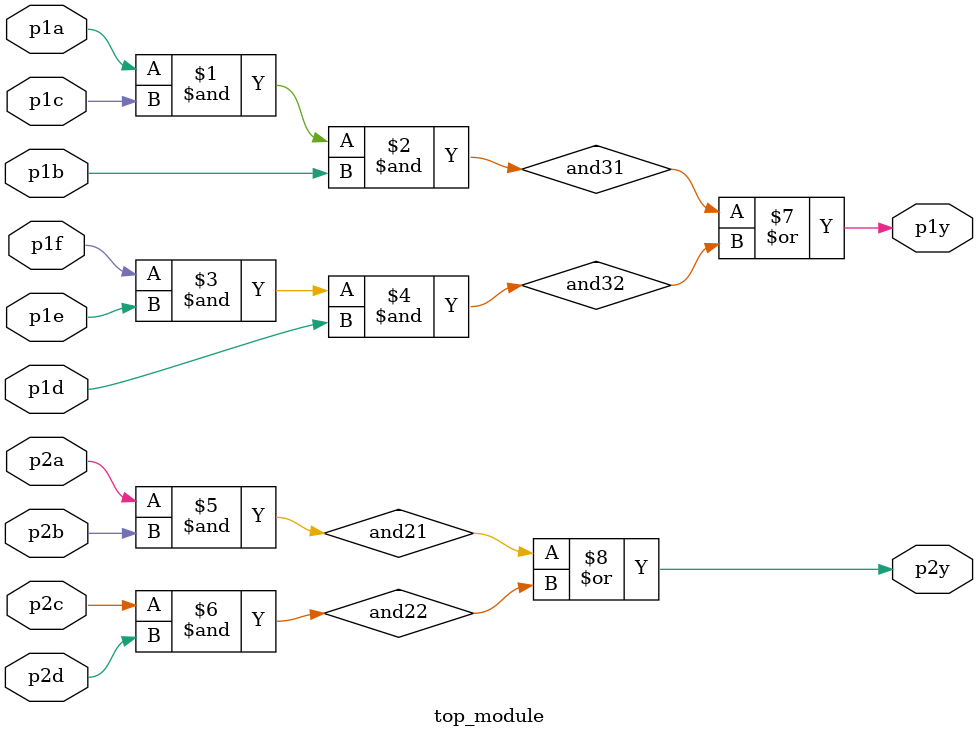
<source format=v>

module top_module ( 
    input p1a, p1b, p1c, p1d, p1e, p1f,
    output p1y,
    input p2a, p2b, p2c, p2d,
    output p2y );
    
    wire and31;
    wire and32;
    wire and21;
    wire and22;

    assign and31 = (p1a&p1c&p1b);
    assign and32 = (p1f&p1e&p1d);
	assign and21 = (p2a&p2b);
    assign and22 = (p2c&p2d);
    assign p1y = and31 | and32;
    assign p2y = and21 | and22;


endmodule

</source>
